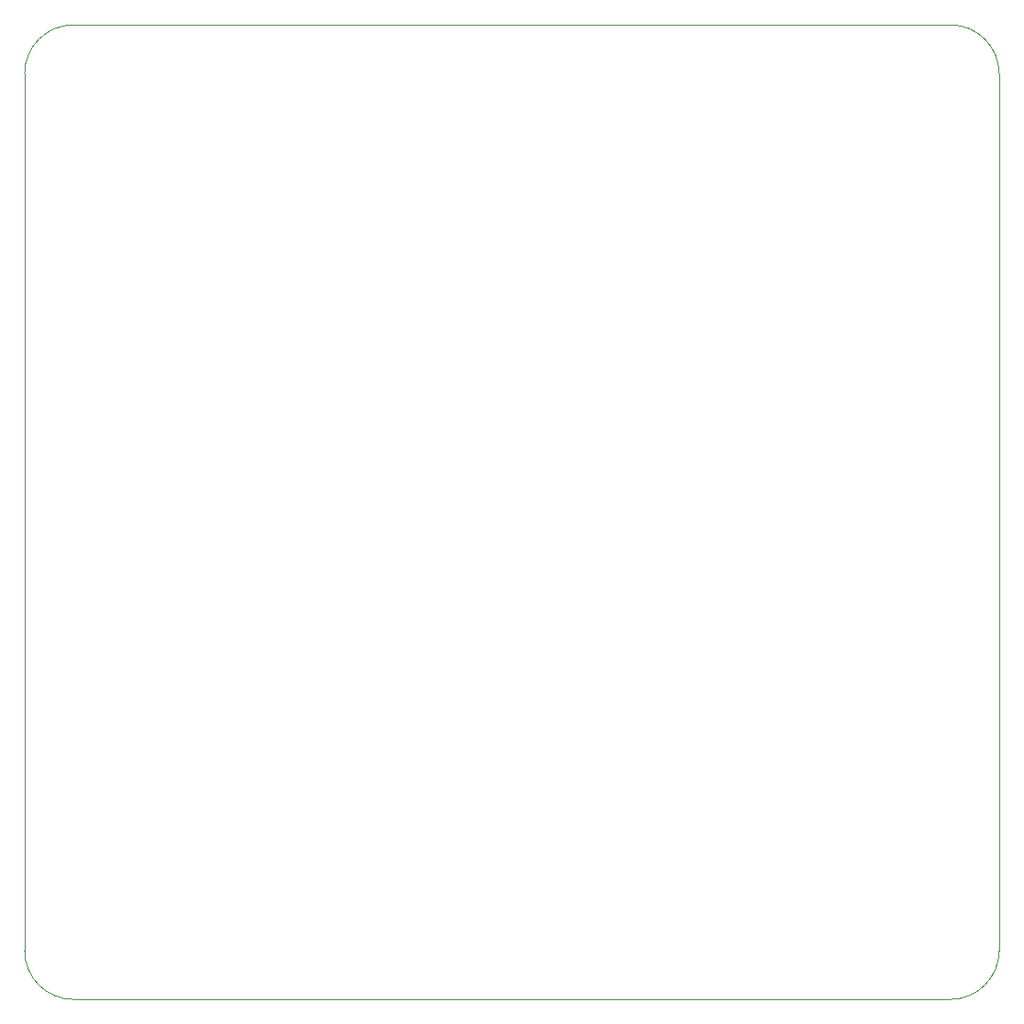
<source format=gm1>
%TF.GenerationSoftware,KiCad,Pcbnew,9.0.2*%
%TF.CreationDate,2025-12-08T13:50:51-08:00*%
%TF.ProjectId,BLV_PCB,424c565f-5043-4422-9e6b-696361645f70,rev?*%
%TF.SameCoordinates,Original*%
%TF.FileFunction,Profile,NP*%
%FSLAX46Y46*%
G04 Gerber Fmt 4.6, Leading zero omitted, Abs format (unit mm)*
G04 Created by KiCad (PCBNEW 9.0.2) date 2025-12-08 13:50:51*
%MOMM*%
%LPD*%
G01*
G04 APERTURE LIST*
%TA.AperFunction,Profile*%
%ADD10C,0.050000*%
%TD*%
G04 APERTURE END LIST*
D10*
X215499996Y-129999996D02*
X134500000Y-129999996D01*
X130000005Y-125499998D02*
X130000000Y-44500000D01*
X219999996Y-125499996D02*
G75*
G02*
X215499996Y-129999996I-4499996J-4D01*
G01*
X130000000Y-44500000D02*
G75*
G02*
X134500000Y-40000000I4500000J0D01*
G01*
X215500000Y-40000000D02*
G75*
G02*
X220000000Y-44500000I0J-4500000D01*
G01*
X134500000Y-129999996D02*
G75*
G02*
X130000004Y-125499996I0J4499996D01*
G01*
X134500000Y-40000000D02*
X215500000Y-40000000D01*
X220000000Y-44500000D02*
X219999996Y-125499996D01*
M02*

</source>
